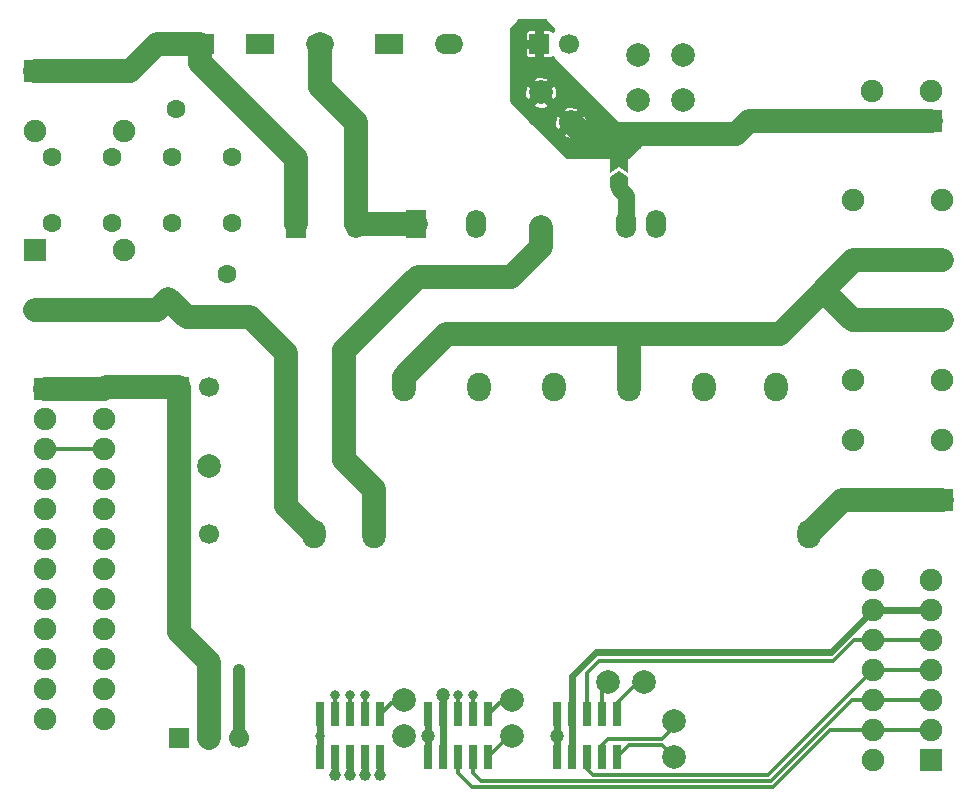
<source format=gbr>
%TF.GenerationSoftware,KiCad,Pcbnew,(5.1.10)-1*%
%TF.CreationDate,2021-06-06T16:07:06+07:00*%
%TF.ProjectId,Mother_module,4d6f7468-6572-45f6-9d6f-64756c652e6b,rev?*%
%TF.SameCoordinates,Original*%
%TF.FileFunction,Copper,L1,Top*%
%TF.FilePolarity,Positive*%
%FSLAX46Y46*%
G04 Gerber Fmt 4.6, Leading zero omitted, Abs format (unit mm)*
G04 Created by KiCad (PCBNEW (5.1.10)-1) date 2021-06-06 16:07:06*
%MOMM*%
%LPD*%
G01*
G04 APERTURE LIST*
%TA.AperFunction,ComponentPad*%
%ADD10C,1.900000*%
%TD*%
%TA.AperFunction,ComponentPad*%
%ADD11R,1.900000X1.900000*%
%TD*%
%TA.AperFunction,ComponentPad*%
%ADD12C,2.000000*%
%TD*%
%TA.AperFunction,ComponentPad*%
%ADD13R,1.700000X2.400000*%
%TD*%
%TA.AperFunction,ComponentPad*%
%ADD14O,1.700000X2.400000*%
%TD*%
%TA.AperFunction,ComponentPad*%
%ADD15C,1.700000*%
%TD*%
%TA.AperFunction,ComponentPad*%
%ADD16R,1.700000X1.700000*%
%TD*%
%TA.AperFunction,ComponentPad*%
%ADD17R,2.400000X1.700000*%
%TD*%
%TA.AperFunction,ComponentPad*%
%ADD18O,2.400000X1.700000*%
%TD*%
%TA.AperFunction,ComponentPad*%
%ADD19O,2.000000X2.400000*%
%TD*%
%TA.AperFunction,SMDPad,CuDef*%
%ADD20C,0.100000*%
%TD*%
%TA.AperFunction,ComponentPad*%
%ADD21C,1.600000*%
%TD*%
%TA.AperFunction,SMDPad,CuDef*%
%ADD22R,0.750000X2.100000*%
%TD*%
%TA.AperFunction,ViaPad*%
%ADD23C,1.000000*%
%TD*%
%TA.AperFunction,ViaPad*%
%ADD24C,1.200000*%
%TD*%
%TA.AperFunction,ViaPad*%
%ADD25C,0.800000*%
%TD*%
%TA.AperFunction,ViaPad*%
%ADD26C,1.800000*%
%TD*%
%TA.AperFunction,Conductor*%
%ADD27C,0.600000*%
%TD*%
%TA.AperFunction,Conductor*%
%ADD28C,2.000000*%
%TD*%
%TA.AperFunction,Conductor*%
%ADD29C,0.300000*%
%TD*%
%TA.AperFunction,Conductor*%
%ADD30C,1.400000*%
%TD*%
%TA.AperFunction,Conductor*%
%ADD31C,1.000000*%
%TD*%
%TA.AperFunction,Conductor*%
%ADD32C,0.254000*%
%TD*%
%TA.AperFunction,Conductor*%
%ADD33C,0.100000*%
%TD*%
G04 APERTURE END LIST*
D10*
%TO.P,XP2,2*%
%TO.N,Net-(F1-Pad1)*%
X61646000Y-84887000D03*
X69166000Y-84887000D03*
D11*
%TO.P,XP2,1*%
%TO.N,/N1*%
X61646000Y-79807000D03*
D10*
X69166000Y-79807000D03*
%TD*%
%TO.P,XP6,2*%
%TO.N,GND*%
X137492000Y-81458000D03*
X132512000Y-81458000D03*
D11*
%TO.P,XP6,1*%
%TO.N,+5VP*%
X137492000Y-83998000D03*
D10*
X132512000Y-83998000D03*
%TD*%
D12*
%TO.P,TP10,1*%
%TO.N,GND*%
X116510000Y-82220000D03*
%TD*%
%TO.P,TP9,1*%
%TO.N,+5VP*%
X106985000Y-84125000D03*
%TD*%
%TO.P,TP8,1*%
%TO.N,GND*%
X116510000Y-78410000D03*
%TD*%
%TO.P,TP7,1*%
%TO.N,+5VP*%
X104445000Y-81585000D03*
%TD*%
D13*
%TO.P,U6,1*%
%TO.N,/N1*%
X83744000Y-92697500D03*
D14*
%TO.P,U6,2*%
%TO.N,/L1*%
X88824000Y-92697500D03*
%TO.P,U6,3*%
%TO.N,Net-(JP1-Pad1)*%
X111684000Y-92697500D03*
%TO.P,U6,4*%
%TO.N,GND*%
X114224000Y-92697500D03*
%TD*%
D15*
%TO.P,U4,7*%
%TO.N,GND*%
X106860000Y-77470000D03*
D16*
%TO.P,U4,6*%
%TO.N,+5VP*%
X104320000Y-77470000D03*
D17*
%TO.P,U4,1*%
%TO.N,/N1*%
X75618000Y-77470000D03*
%TO.P,U4,2*%
%TO.N,Net-(F1-Pad2)*%
X80698000Y-77470000D03*
D18*
%TO.P,U4,3*%
%TO.N,/L1*%
X85778000Y-77470000D03*
D17*
%TO.P,U4,4*%
%TO.N,Net-(F2-Pad2)*%
X91620000Y-77470000D03*
D18*
%TO.P,U4,5*%
%TO.N,/L2*%
X96700000Y-77470000D03*
%TD*%
D13*
%TO.P,U5,1*%
%TO.N,/L1*%
X93904000Y-92697500D03*
D14*
%TO.P,U5,2*%
%TO.N,/N1*%
X98984000Y-92697500D03*
%TO.P,U5,3*%
%TO.N,Net-(JP1-Pad1)*%
X111684000Y-92697500D03*
%TO.P,U5,4*%
%TO.N,GND*%
X114224000Y-92697500D03*
%TD*%
D19*
%TO.P,U7,8*%
%TO.N,/L1_out2*%
X124336000Y-106553000D03*
%TO.P,U7,7*%
%TO.N,/L1*%
X118240000Y-106553000D03*
%TO.P,U7,6*%
%TO.N,/N1*%
X111890000Y-106553000D03*
D16*
%TO.P,U7,1*%
%TO.N,+5VP*%
X73790000Y-106553000D03*
D15*
%TO.P,U7,2*%
%TO.N,GND*%
X76330000Y-106553000D03*
D19*
%TO.P,U7,3*%
%TO.N,/N1*%
X92840000Y-106553000D03*
%TO.P,U7,4*%
%TO.N,/L1*%
X99190000Y-106553000D03*
%TO.P,U7,5*%
%TO.N,/L1_out1*%
X105540000Y-106553000D03*
%TD*%
D16*
%TO.P,U8,1*%
%TO.N,+5VP*%
X73790000Y-118999000D03*
D15*
%TO.P,U8,2*%
%TO.N,GND*%
X76330000Y-118999000D03*
D19*
%TO.P,U8,4*%
%TO.N,/L2*%
X90300000Y-118999000D03*
%TO.P,U8,3*%
%TO.N,/N2*%
X85220000Y-118999000D03*
%TO.P,U8,5*%
%TO.N,/L2_out*%
X127130000Y-118999000D03*
%TD*%
D12*
%TO.P,TP4,1*%
%TO.N,GND*%
X112700000Y-82220000D03*
%TD*%
%TO.P,TP3,1*%
%TO.N,GND*%
X112700000Y-78410000D03*
%TD*%
%TA.AperFunction,SMDPad,CuDef*%
D20*
%TO.P,JP1,1*%
%TO.N,Net-(JP1-Pad1)*%
G36*
X111049000Y-88205000D02*
G01*
X111799000Y-88705000D01*
X111799000Y-89705000D01*
X110299000Y-89705000D01*
X110299000Y-88705000D01*
X111049000Y-88205000D01*
G37*
%TD.AperFunction*%
%TA.AperFunction,SMDPad,CuDef*%
%TO.P,JP1,2*%
%TO.N,+5VP*%
G36*
X111799000Y-87255000D02*
G01*
X111799000Y-88405000D01*
X111049000Y-87905000D01*
X110299000Y-88405000D01*
X110299000Y-87255000D01*
X111799000Y-87255000D01*
G37*
%TD.AperFunction*%
%TD*%
D21*
%TO.P,RV1,2*%
%TO.N,/N1*%
X71482000Y-77982000D03*
%TO.P,RV1,1*%
%TO.N,Net-(F1-Pad2)*%
X73582000Y-82982000D03*
%TD*%
%TO.P,RV2,2*%
%TO.N,/N2*%
X72902000Y-99052000D03*
%TO.P,RV2,1*%
%TO.N,Net-(F2-Pad2)*%
X77902000Y-96952000D03*
%TD*%
%TO.P,F2,1*%
%TO.N,Net-(F2-Pad1)*%
X68193500Y-92634000D03*
%TO.P,F2,2*%
%TO.N,Net-(F2-Pad2)*%
X78353500Y-92634000D03*
%TO.P,F2,1*%
%TO.N,Net-(F2-Pad1)*%
X63113500Y-92634000D03*
%TO.P,F2,2*%
%TO.N,Net-(F2-Pad2)*%
X73273500Y-92634000D03*
%TD*%
D10*
%TO.P,XP3,2*%
%TO.N,/N2*%
X61639500Y-100000000D03*
X69159500Y-100000000D03*
D11*
%TO.P,XP3,1*%
%TO.N,Net-(F2-Pad1)*%
X61639500Y-94920000D03*
D10*
X69159500Y-94920000D03*
%TD*%
D12*
%TO.P,TP16,1*%
%TO.N,Net-(TP16-Pad1)*%
X115748000Y-134798000D03*
%TD*%
%TO.P,TP15,1*%
%TO.N,Net-(TP15-Pad1)*%
X110160000Y-131496000D03*
%TD*%
%TO.P,TP12,1*%
%TO.N,Net-(TP12-Pad1)*%
X113208000Y-131496000D03*
%TD*%
%TO.P,TP11,1*%
%TO.N,Net-(TP11-Pad1)*%
X115748000Y-137846000D03*
%TD*%
%TO.P,TP14,1*%
%TO.N,Net-(TP14-Pad1)*%
X102032000Y-133020000D03*
%TD*%
%TO.P,TP13,1*%
%TO.N,Net-(TP13-Pad1)*%
X102032000Y-136068000D03*
%TD*%
D10*
%TO.P,XP1,12*%
%TO.N,Net-(U3-Pad7)*%
X67501500Y-134671000D03*
X62521500Y-134671000D03*
%TO.P,XP1,11*%
%TO.N,GND*%
X62521500Y-132131000D03*
X67501500Y-132131000D03*
%TO.P,XP1,10*%
%TO.N,Net-(U3-Pad9)*%
X67501500Y-129591000D03*
X62521500Y-129591000D03*
%TO.P,XP1,9*%
%TO.N,GND*%
X67501500Y-127051000D03*
X62521500Y-127051000D03*
%TO.P,XP1,8*%
%TO.N,Net-(U3-Pad11)*%
X62521500Y-124511000D03*
X67501500Y-124511000D03*
%TO.P,XP1,7*%
%TO.N,GND*%
X62521500Y-121971000D03*
X67501500Y-121971000D03*
%TO.P,XP1,6*%
%TO.N,+5VA*%
X62521500Y-119431000D03*
X67501500Y-119431000D03*
%TO.P,XP1,5*%
%TO.N,GND*%
X62521500Y-116891000D03*
X67501500Y-116891000D03*
%TO.P,XP1,4*%
%TO.N,Net-(U3-Pad19)*%
X62521500Y-114351000D03*
X67501500Y-114351000D03*
%TO.P,XP1,3*%
%TO.N,Net-(U3-Pad21)*%
X62521500Y-111811000D03*
X67501500Y-111811000D03*
%TO.P,XP1,2*%
%TO.N,GND*%
X62521500Y-109271000D03*
X67501500Y-109271000D03*
D11*
%TO.P,XP1,1*%
%TO.N,+5VP*%
X62521500Y-106731000D03*
D10*
X67501500Y-106731000D03*
%TD*%
D12*
%TO.P,TP2,1*%
%TO.N,GND*%
X92888000Y-136068000D03*
%TD*%
D10*
%TO.P,XP4,7*%
%TO.N,GND*%
X137528500Y-122860000D03*
X132548500Y-122860000D03*
%TO.P,XP4,6*%
%TO.N,Net-(U3-Pad26)*%
X137528500Y-125400000D03*
X132548500Y-125400000D03*
%TO.P,XP4,5*%
%TO.N,Net-(U3-Pad29)*%
X137528500Y-127940000D03*
X132548500Y-127940000D03*
%TO.P,XP4,4*%
%TO.N,Net-(U3-Pad28)*%
X137528500Y-130480000D03*
X132548500Y-130480000D03*
%TO.P,XP4,3*%
%TO.N,/SDA2*%
X137528500Y-133020000D03*
X132548500Y-133020000D03*
%TO.P,XP4,2*%
%TO.N,/SCL2*%
X137528500Y-135560000D03*
X132548500Y-135560000D03*
D11*
%TO.P,XP4,1*%
%TO.N,GND*%
X137528500Y-138100000D03*
D10*
X132548500Y-138100000D03*
%TD*%
D12*
%TO.P,TP1,1*%
%TO.N,Net-(TP1-Pad1)*%
X92888000Y-133020000D03*
%TD*%
D22*
%TO.P,U3,32*%
%TO.N,Net-(TP11-Pad1)*%
X110922000Y-137842000D03*
%TO.P,U3,33*%
%TO.N,Net-(TP12-Pad1)*%
X110922000Y-134242000D03*
%TO.P,U3,30*%
%TO.N,Net-(TP16-Pad1)*%
X109652000Y-137842000D03*
%TO.P,U3,31*%
%TO.N,Net-(TP15-Pad1)*%
X109652000Y-134242000D03*
%TO.P,U3,28*%
%TO.N,Net-(U3-Pad28)*%
X108382000Y-137842000D03*
%TO.P,U3,29*%
%TO.N,Net-(U3-Pad29)*%
X108382000Y-134242000D03*
%TO.P,U3,26*%
%TO.N,Net-(U3-Pad26)*%
X107112000Y-137842000D03*
%TO.P,U3,27*%
X107112000Y-134242000D03*
%TO.P,U3,24*%
%TO.N,GND*%
X105842000Y-137842000D03*
%TO.P,U3,25*%
X105842000Y-134242000D03*
%TO.P,U3,22*%
%TO.N,Net-(TP13-Pad1)*%
X100000000Y-137842000D03*
%TO.P,U3,23*%
%TO.N,Net-(TP14-Pad1)*%
X100000000Y-134242000D03*
%TO.P,U3,20*%
%TO.N,/SDA2*%
X98730000Y-137842000D03*
%TO.P,U3,21*%
%TO.N,Net-(U3-Pad21)*%
X98730000Y-134242000D03*
%TO.P,U3,18*%
%TO.N,/SCL2*%
X97460000Y-137842000D03*
%TO.P,U3,19*%
%TO.N,Net-(U3-Pad19)*%
X97460000Y-134242000D03*
%TO.P,U3,16*%
%TO.N,+5VA*%
X96190000Y-137842000D03*
%TO.P,U3,17*%
X96190000Y-134242000D03*
%TO.P,U3,14*%
%TO.N,GND*%
X94920000Y-137842000D03*
%TO.P,U3,15*%
X94920000Y-134242000D03*
%TO.P,U3,12*%
X90856000Y-137842000D03*
%TO.P,U3,13*%
%TO.N,Net-(TP1-Pad1)*%
X90856000Y-134242000D03*
%TO.P,U3,10*%
%TO.N,GND*%
X89586000Y-137842000D03*
%TO.P,U3,11*%
%TO.N,Net-(U3-Pad11)*%
X89586000Y-134242000D03*
%TO.P,U3,8*%
%TO.N,GND*%
X88316000Y-137842000D03*
%TO.P,U3,9*%
%TO.N,Net-(U3-Pad9)*%
X88316000Y-134242000D03*
%TO.P,U3,6*%
%TO.N,GND*%
X87046000Y-137842000D03*
%TO.P,U3,7*%
%TO.N,Net-(U3-Pad7)*%
X87046000Y-134242000D03*
%TO.P,U3,4*%
%TO.N,GND*%
X85776000Y-137842000D03*
%TO.P,U3,5*%
X85776000Y-134242000D03*
D15*
%TO.P,U3,3*%
%TO.N,+5VA*%
X78870000Y-136212000D03*
%TO.P,U3,2*%
%TO.N,+5VP*%
X76330000Y-136212000D03*
D16*
%TO.P,U3,1*%
%TO.N,GND*%
X73790000Y-136212000D03*
%TD*%
D10*
%TO.P,XP5,6*%
%TO.N,/L1_out1*%
X138417500Y-90729000D03*
X130897500Y-90729000D03*
%TO.P,XP5,5*%
%TO.N,/N1*%
X138417500Y-95809000D03*
X130897500Y-95809000D03*
%TO.P,XP5,4*%
X138417500Y-100889000D03*
X130897500Y-100889000D03*
%TO.P,XP5,3*%
%TO.N,/L1_out2*%
X138417500Y-105969000D03*
X130897500Y-105969000D03*
%TO.P,XP5,2*%
%TO.N,/N2*%
X138417500Y-111049000D03*
X130897500Y-111049000D03*
D11*
%TO.P,XP5,1*%
%TO.N,/L2_out*%
X138417500Y-116129000D03*
D10*
X130897500Y-116129000D03*
%TD*%
D12*
%TO.P,TP6,1*%
%TO.N,GND*%
X76378000Y-113208000D03*
%TD*%
%TO.P,TP5,1*%
%TO.N,+5VP*%
X73838000Y-110414000D03*
%TD*%
D21*
%TO.P,F1,1*%
%TO.N,Net-(F1-Pad1)*%
X68193500Y-87046000D03*
%TO.P,F1,2*%
%TO.N,Net-(F1-Pad2)*%
X78353500Y-87046000D03*
%TO.P,F1,1*%
%TO.N,Net-(F1-Pad1)*%
X63113500Y-87046000D03*
%TO.P,F1,2*%
%TO.N,Net-(F1-Pad2)*%
X73273500Y-87046000D03*
%TD*%
D23*
%TO.N,GND*%
X90856000Y-139370000D03*
X89586000Y-139370000D03*
X88316000Y-139370000D03*
X87046000Y-139370000D03*
D24*
X105842000Y-136068000D03*
X94920000Y-136068000D03*
D25*
X85776000Y-136068000D03*
D26*
%TO.N,/N1*%
X102286000Y-102032004D03*
%TO.N,/L2*%
X104445000Y-93014964D03*
D25*
%TO.N,Net-(U3-Pad11)*%
X89586000Y-132575500D03*
%TO.N,Net-(U3-Pad9)*%
X88316000Y-132575500D03*
%TO.N,Net-(U3-Pad21)*%
X98730000Y-132575500D03*
%TO.N,Net-(U3-Pad19)*%
X97460000Y-132575500D03*
%TO.N,Net-(U3-Pad7)*%
X87046000Y-132627010D03*
D23*
%TO.N,+5VA*%
X78885501Y-130511001D03*
D24*
X96190000Y-132575500D03*
%TD*%
D27*
%TO.N,GND*%
X105842000Y-134242000D02*
X105842000Y-136068000D01*
X88316000Y-137842000D02*
X88316000Y-139370000D01*
X90856000Y-137842000D02*
X90856000Y-139370000D01*
X89586000Y-137842000D02*
X89586000Y-139370000D01*
X87046000Y-137842000D02*
X87046000Y-139370000D01*
X105842000Y-136068000D02*
X105842000Y-137842000D01*
X94920000Y-136068000D02*
X94920000Y-137842000D01*
X85776000Y-136068000D02*
X85776000Y-137842000D01*
X85776000Y-134242000D02*
X85776000Y-136068000D01*
X94920000Y-134242000D02*
X94920000Y-136068000D01*
D28*
%TO.N,+5VP*%
X67679500Y-106553000D02*
X67501500Y-106731000D01*
X73790000Y-118999000D02*
X73790000Y-112748000D01*
X62521500Y-106731000D02*
X67501500Y-106731000D01*
X73790000Y-106553000D02*
X73790000Y-112652000D01*
X73790000Y-112652000D02*
X73838000Y-112700000D01*
X73838000Y-106601000D02*
X73790000Y-106553000D01*
X76330000Y-129797000D02*
X73790000Y-127257000D01*
X132512000Y-83998000D02*
X122098000Y-83998000D01*
X137492000Y-83998000D02*
X132512000Y-83998000D01*
X122098000Y-83998000D02*
X120955000Y-85141000D01*
X73790000Y-106553000D02*
X67679500Y-106553000D01*
X108001000Y-85141000D02*
X106985000Y-84125000D01*
D29*
X111049000Y-87755000D02*
X111049000Y-87173000D01*
D28*
X120955000Y-85141000D02*
X111049000Y-85141000D01*
D30*
X111049000Y-85141000D02*
X111049000Y-87173000D01*
D28*
X111049000Y-85141000D02*
X108001000Y-85141000D01*
X76330000Y-136212000D02*
X76330000Y-129797000D01*
X73790000Y-127257000D02*
X73790000Y-118999000D01*
X73790000Y-112748000D02*
X73838000Y-112700000D01*
%TO.N,/N1*%
X96443996Y-102032004D02*
X102286000Y-102032004D01*
X92840000Y-105636000D02*
X96443996Y-102032004D01*
X83744000Y-87173000D02*
X75618000Y-79047000D01*
X75618000Y-79047000D02*
X75618000Y-77470000D01*
X83744000Y-92697500D02*
X83744000Y-87173000D01*
X92840000Y-106553000D02*
X92840000Y-105636000D01*
X111890000Y-102080000D02*
X111937996Y-102032004D01*
X111890000Y-106553000D02*
X111890000Y-102080000D01*
X102286000Y-102032004D02*
X111937996Y-102032004D01*
X61646000Y-79807000D02*
X69166000Y-79807000D01*
X71994000Y-77470000D02*
X71482000Y-77982000D01*
X75618000Y-77470000D02*
X71994000Y-77470000D01*
X69657000Y-79807000D02*
X71482000Y-77982000D01*
X69166000Y-79807000D02*
X69657000Y-79807000D01*
X138417500Y-95809000D02*
X130897500Y-95809000D01*
X138417500Y-100889000D02*
X130897500Y-100889000D01*
X124674496Y-102032004D02*
X123748996Y-102032004D01*
X111937996Y-102032004D02*
X123748996Y-102032004D01*
X128375750Y-98367250D02*
X128339250Y-98367250D01*
X130897500Y-100889000D02*
X128375750Y-98367250D01*
X128339250Y-98367250D02*
X124674496Y-102032004D01*
X130897500Y-95809000D02*
X128339250Y-98367250D01*
%TO.N,/L1*%
X88824000Y-92697500D02*
X93904000Y-92697500D01*
X88824000Y-84125000D02*
X88824000Y-92697500D01*
X85778000Y-81079000D02*
X88824000Y-84125000D01*
X85778000Y-77470000D02*
X85778000Y-81079000D01*
%TO.N,/N2*%
X61639500Y-100000000D02*
X69159500Y-100000000D01*
X71954000Y-100000000D02*
X72902000Y-99052000D01*
X69159500Y-100000000D02*
X71954000Y-100000000D01*
X74485000Y-100635000D02*
X72902000Y-99052000D01*
X79807000Y-100635000D02*
X74485000Y-100635000D01*
X82855000Y-103683000D02*
X79807000Y-100635000D01*
X82855000Y-116634000D02*
X82855000Y-103683000D01*
X85220000Y-118999000D02*
X82855000Y-116634000D01*
%TO.N,/L2*%
X104445000Y-94666000D02*
X104445000Y-93014964D01*
X101905000Y-97206000D02*
X104445000Y-94666000D01*
X94031000Y-97206000D02*
X101905000Y-97206000D01*
X87808000Y-103429000D02*
X94031000Y-97206000D01*
X87808000Y-112700000D02*
X87808000Y-103429000D01*
X90300000Y-115192000D02*
X87808000Y-112700000D01*
X90300000Y-118999000D02*
X90300000Y-115192000D01*
%TO.N,/L2_out*%
X138417500Y-116129000D02*
X130897500Y-116129000D01*
X130000000Y-116129000D02*
X127130000Y-118999000D01*
X130897500Y-116129000D02*
X130000000Y-116129000D01*
D29*
%TO.N,Net-(U3-Pad11)*%
X89586000Y-132575500D02*
X89586000Y-134242000D01*
%TO.N,Net-(U3-Pad9)*%
X88316000Y-132575500D02*
X88316000Y-134242000D01*
D30*
%TO.N,Net-(JP1-Pad1)*%
X111684000Y-92697500D02*
X111684000Y-90348000D01*
X111049000Y-89713000D02*
X111049000Y-89205000D01*
X111684000Y-90348000D02*
X111049000Y-89713000D01*
D29*
%TO.N,Net-(TP1-Pad1)*%
X92078000Y-133020000D02*
X90856000Y-134242000D01*
X92888000Y-133020000D02*
X92078000Y-133020000D01*
%TO.N,Net-(U3-Pad21)*%
X98730000Y-132575500D02*
X98730000Y-134242000D01*
X67501500Y-111811000D02*
X62521500Y-111811000D01*
%TO.N,Net-(U3-Pad19)*%
X97460000Y-134242000D02*
X97460000Y-132575500D01*
%TO.N,Net-(U3-Pad7)*%
X87046000Y-134242000D02*
X87046000Y-132627010D01*
%TO.N,Net-(U3-Pad28)*%
X132548500Y-130480000D02*
X137528500Y-130480000D01*
X123658500Y-139370000D02*
X132548500Y-130480000D01*
X108890000Y-139370000D02*
X123658500Y-139370000D01*
X108382000Y-138862000D02*
X108890000Y-139370000D01*
X108382000Y-137842000D02*
X108382000Y-138862000D01*
%TO.N,Net-(U3-Pad29)*%
X132548500Y-127940000D02*
X137528500Y-127940000D01*
X130988000Y-127940000D02*
X132548500Y-127940000D01*
X129210000Y-129718000D02*
X130988000Y-127940000D01*
X109398000Y-129718000D02*
X129210000Y-129718000D01*
X108382000Y-130734000D02*
X109398000Y-129718000D01*
X108382000Y-134242000D02*
X108382000Y-130734000D01*
D27*
%TO.N,Net-(U3-Pad26)*%
X107112000Y-137842000D02*
X107112000Y-134242000D01*
X132548500Y-125400000D02*
X137528500Y-125400000D01*
X128992500Y-128956000D02*
X132548500Y-125400000D01*
X109144000Y-128956000D02*
X128992500Y-128956000D01*
X107112000Y-130988000D02*
X109144000Y-128956000D01*
X107112000Y-134242000D02*
X107112000Y-130988000D01*
%TO.N,+5VA*%
X96190000Y-134242000D02*
X96190000Y-137842000D01*
X96190000Y-134242000D02*
X96190000Y-132575500D01*
D31*
X78870000Y-130526502D02*
X78885501Y-130511001D01*
X78870000Y-136212000D02*
X78870000Y-130526502D01*
D29*
%TO.N,Net-(TP11-Pad1)*%
X114732000Y-136830000D02*
X115748000Y-137846000D01*
X111934000Y-136830000D02*
X114732000Y-136830000D01*
X110922000Y-137842000D02*
X111934000Y-136830000D01*
%TO.N,Net-(TP12-Pad1)*%
X112700000Y-131496000D02*
X113208000Y-131496000D01*
X110922000Y-133274000D02*
X112700000Y-131496000D01*
X110922000Y-134242000D02*
X110922000Y-133274000D01*
%TO.N,Net-(TP13-Pad1)*%
X101774000Y-136068000D02*
X100000000Y-137842000D01*
X102032000Y-136068000D02*
X101774000Y-136068000D01*
%TO.N,Net-(TP14-Pad1)*%
X101222000Y-133020000D02*
X100000000Y-134242000D01*
X102032000Y-133020000D02*
X101222000Y-133020000D01*
%TO.N,/SDA2*%
X137528500Y-133020000D02*
X132548500Y-133020000D01*
X132548500Y-133020000D02*
X130788878Y-133020000D01*
X130788878Y-133020000D02*
X123922889Y-139885989D01*
X123922889Y-139885989D02*
X99423989Y-139885989D01*
X99423989Y-139885989D02*
X98730000Y-139192000D01*
X98730000Y-139192000D02*
X98730000Y-137842000D01*
%TO.N,/SCL2*%
X137528500Y-135560000D02*
X132548500Y-135560000D01*
X97460000Y-139192000D02*
X97460000Y-137842000D01*
X98654000Y-140386000D02*
X97460000Y-139192000D01*
X124130000Y-140386000D02*
X98654000Y-140386000D01*
X128956000Y-135560000D02*
X124130000Y-140386000D01*
X132548500Y-135560000D02*
X128956000Y-135560000D01*
%TO.N,Net-(TP15-Pad1)*%
X109652000Y-132004000D02*
X110160000Y-131496000D01*
X109652000Y-134242000D02*
X109652000Y-132004000D01*
%TO.N,Net-(TP16-Pad1)*%
X115748000Y-135306000D02*
X115748000Y-134798000D01*
X110160000Y-136322000D02*
X114732000Y-136322000D01*
X114732000Y-136322000D02*
X115748000Y-135306000D01*
X109652000Y-136830000D02*
X110160000Y-136322000D01*
X109652000Y-137842000D02*
X109652000Y-136830000D01*
%TD*%
D32*
%TO.N,+5VP*%
X105461000Y-76176606D02*
X105461000Y-76374012D01*
X105440711Y-76349289D01*
X105382696Y-76301678D01*
X105316508Y-76266299D01*
X105244689Y-76244513D01*
X105170000Y-76237157D01*
X104672250Y-76239000D01*
X104577000Y-76334250D01*
X104577000Y-77213000D01*
X104597000Y-77213000D01*
X104597000Y-77727000D01*
X104577000Y-77727000D01*
X104577000Y-78605750D01*
X104672250Y-78701000D01*
X105170000Y-78702843D01*
X105244689Y-78695487D01*
X105316508Y-78673701D01*
X105382696Y-78638322D01*
X105440711Y-78590711D01*
X105461000Y-78565988D01*
X105461000Y-78664000D01*
X105463440Y-78688776D01*
X105470667Y-78712601D01*
X105482403Y-78734557D01*
X105498197Y-78753803D01*
X110959197Y-84214803D01*
X110978443Y-84230597D01*
X111000399Y-84242333D01*
X111024224Y-84249560D01*
X111049000Y-84252000D01*
X112827000Y-84252000D01*
X112827000Y-86102127D01*
X111824135Y-87046000D01*
X106656606Y-87046000D01*
X104812969Y-85202363D01*
X106271089Y-85202363D01*
X106391369Y-85379298D01*
X106647477Y-85471009D01*
X106916556Y-85510994D01*
X107188265Y-85497715D01*
X107452163Y-85431684D01*
X107578631Y-85379298D01*
X107698911Y-85202363D01*
X106985000Y-84488453D01*
X106271089Y-85202363D01*
X104812969Y-85202363D01*
X103667162Y-84056556D01*
X105599006Y-84056556D01*
X105612285Y-84328265D01*
X105678316Y-84592163D01*
X105730702Y-84718631D01*
X105907637Y-84838911D01*
X106621547Y-84125000D01*
X107348453Y-84125000D01*
X108062363Y-84838911D01*
X108239298Y-84718631D01*
X108331009Y-84462523D01*
X108370994Y-84193444D01*
X108357715Y-83921735D01*
X108291684Y-83657837D01*
X108239298Y-83531369D01*
X108062363Y-83411089D01*
X107348453Y-84125000D01*
X106621547Y-84125000D01*
X105907637Y-83411089D01*
X105730702Y-83531369D01*
X105638991Y-83787477D01*
X105599006Y-84056556D01*
X103667162Y-84056556D01*
X102658243Y-83047637D01*
X106271089Y-83047637D01*
X106985000Y-83761547D01*
X107698911Y-83047637D01*
X107578631Y-82870702D01*
X107322523Y-82778991D01*
X107053444Y-82739006D01*
X106781735Y-82752285D01*
X106517837Y-82818316D01*
X106391369Y-82870702D01*
X106271089Y-83047637D01*
X102658243Y-83047637D01*
X102272969Y-82662363D01*
X103731089Y-82662363D01*
X103851369Y-82839298D01*
X104107477Y-82931009D01*
X104376556Y-82970994D01*
X104648265Y-82957715D01*
X104912163Y-82891684D01*
X105038631Y-82839298D01*
X105158911Y-82662363D01*
X104445000Y-81948453D01*
X103731089Y-82662363D01*
X102272969Y-82662363D01*
X101905000Y-82294394D01*
X101905000Y-81516556D01*
X103059006Y-81516556D01*
X103072285Y-81788265D01*
X103138316Y-82052163D01*
X103190702Y-82178631D01*
X103367637Y-82298911D01*
X104081547Y-81585000D01*
X104808453Y-81585000D01*
X105522363Y-82298911D01*
X105699298Y-82178631D01*
X105791009Y-81922523D01*
X105830994Y-81653444D01*
X105817715Y-81381735D01*
X105751684Y-81117837D01*
X105699298Y-80991369D01*
X105522363Y-80871089D01*
X104808453Y-81585000D01*
X104081547Y-81585000D01*
X103367637Y-80871089D01*
X103190702Y-80991369D01*
X103098991Y-81247477D01*
X103059006Y-81516556D01*
X101905000Y-81516556D01*
X101905000Y-80507637D01*
X103731089Y-80507637D01*
X104445000Y-81221547D01*
X105158911Y-80507637D01*
X105038631Y-80330702D01*
X104782523Y-80238991D01*
X104513444Y-80199006D01*
X104241735Y-80212285D01*
X103977837Y-80278316D01*
X103851369Y-80330702D01*
X103731089Y-80507637D01*
X101905000Y-80507637D01*
X101905000Y-78320000D01*
X103087157Y-78320000D01*
X103094513Y-78394689D01*
X103116299Y-78466508D01*
X103151678Y-78532696D01*
X103199289Y-78590711D01*
X103257304Y-78638322D01*
X103323492Y-78673701D01*
X103395311Y-78695487D01*
X103470000Y-78702843D01*
X103967750Y-78701000D01*
X104063000Y-78605750D01*
X104063000Y-77727000D01*
X103184250Y-77727000D01*
X103089000Y-77822250D01*
X103087157Y-78320000D01*
X101905000Y-78320000D01*
X101905000Y-76620000D01*
X103087157Y-76620000D01*
X103089000Y-77117750D01*
X103184250Y-77213000D01*
X104063000Y-77213000D01*
X104063000Y-76334250D01*
X103967750Y-76239000D01*
X103470000Y-76237157D01*
X103395311Y-76244513D01*
X103323492Y-76266299D01*
X103257304Y-76301678D01*
X103199289Y-76349289D01*
X103151678Y-76407304D01*
X103116299Y-76473492D01*
X103094513Y-76545311D01*
X103087157Y-76620000D01*
X101905000Y-76620000D01*
X101905000Y-76176606D01*
X102592606Y-75489000D01*
X104773394Y-75489000D01*
X105461000Y-76176606D01*
%TA.AperFunction,Conductor*%
D33*
G36*
X105461000Y-76176606D02*
G01*
X105461000Y-76374012D01*
X105440711Y-76349289D01*
X105382696Y-76301678D01*
X105316508Y-76266299D01*
X105244689Y-76244513D01*
X105170000Y-76237157D01*
X104672250Y-76239000D01*
X104577000Y-76334250D01*
X104577000Y-77213000D01*
X104597000Y-77213000D01*
X104597000Y-77727000D01*
X104577000Y-77727000D01*
X104577000Y-78605750D01*
X104672250Y-78701000D01*
X105170000Y-78702843D01*
X105244689Y-78695487D01*
X105316508Y-78673701D01*
X105382696Y-78638322D01*
X105440711Y-78590711D01*
X105461000Y-78565988D01*
X105461000Y-78664000D01*
X105463440Y-78688776D01*
X105470667Y-78712601D01*
X105482403Y-78734557D01*
X105498197Y-78753803D01*
X110959197Y-84214803D01*
X110978443Y-84230597D01*
X111000399Y-84242333D01*
X111024224Y-84249560D01*
X111049000Y-84252000D01*
X112827000Y-84252000D01*
X112827000Y-86102127D01*
X111824135Y-87046000D01*
X106656606Y-87046000D01*
X104812969Y-85202363D01*
X106271089Y-85202363D01*
X106391369Y-85379298D01*
X106647477Y-85471009D01*
X106916556Y-85510994D01*
X107188265Y-85497715D01*
X107452163Y-85431684D01*
X107578631Y-85379298D01*
X107698911Y-85202363D01*
X106985000Y-84488453D01*
X106271089Y-85202363D01*
X104812969Y-85202363D01*
X103667162Y-84056556D01*
X105599006Y-84056556D01*
X105612285Y-84328265D01*
X105678316Y-84592163D01*
X105730702Y-84718631D01*
X105907637Y-84838911D01*
X106621547Y-84125000D01*
X107348453Y-84125000D01*
X108062363Y-84838911D01*
X108239298Y-84718631D01*
X108331009Y-84462523D01*
X108370994Y-84193444D01*
X108357715Y-83921735D01*
X108291684Y-83657837D01*
X108239298Y-83531369D01*
X108062363Y-83411089D01*
X107348453Y-84125000D01*
X106621547Y-84125000D01*
X105907637Y-83411089D01*
X105730702Y-83531369D01*
X105638991Y-83787477D01*
X105599006Y-84056556D01*
X103667162Y-84056556D01*
X102658243Y-83047637D01*
X106271089Y-83047637D01*
X106985000Y-83761547D01*
X107698911Y-83047637D01*
X107578631Y-82870702D01*
X107322523Y-82778991D01*
X107053444Y-82739006D01*
X106781735Y-82752285D01*
X106517837Y-82818316D01*
X106391369Y-82870702D01*
X106271089Y-83047637D01*
X102658243Y-83047637D01*
X102272969Y-82662363D01*
X103731089Y-82662363D01*
X103851369Y-82839298D01*
X104107477Y-82931009D01*
X104376556Y-82970994D01*
X104648265Y-82957715D01*
X104912163Y-82891684D01*
X105038631Y-82839298D01*
X105158911Y-82662363D01*
X104445000Y-81948453D01*
X103731089Y-82662363D01*
X102272969Y-82662363D01*
X101905000Y-82294394D01*
X101905000Y-81516556D01*
X103059006Y-81516556D01*
X103072285Y-81788265D01*
X103138316Y-82052163D01*
X103190702Y-82178631D01*
X103367637Y-82298911D01*
X104081547Y-81585000D01*
X104808453Y-81585000D01*
X105522363Y-82298911D01*
X105699298Y-82178631D01*
X105791009Y-81922523D01*
X105830994Y-81653444D01*
X105817715Y-81381735D01*
X105751684Y-81117837D01*
X105699298Y-80991369D01*
X105522363Y-80871089D01*
X104808453Y-81585000D01*
X104081547Y-81585000D01*
X103367637Y-80871089D01*
X103190702Y-80991369D01*
X103098991Y-81247477D01*
X103059006Y-81516556D01*
X101905000Y-81516556D01*
X101905000Y-80507637D01*
X103731089Y-80507637D01*
X104445000Y-81221547D01*
X105158911Y-80507637D01*
X105038631Y-80330702D01*
X104782523Y-80238991D01*
X104513444Y-80199006D01*
X104241735Y-80212285D01*
X103977837Y-80278316D01*
X103851369Y-80330702D01*
X103731089Y-80507637D01*
X101905000Y-80507637D01*
X101905000Y-78320000D01*
X103087157Y-78320000D01*
X103094513Y-78394689D01*
X103116299Y-78466508D01*
X103151678Y-78532696D01*
X103199289Y-78590711D01*
X103257304Y-78638322D01*
X103323492Y-78673701D01*
X103395311Y-78695487D01*
X103470000Y-78702843D01*
X103967750Y-78701000D01*
X104063000Y-78605750D01*
X104063000Y-77727000D01*
X103184250Y-77727000D01*
X103089000Y-77822250D01*
X103087157Y-78320000D01*
X101905000Y-78320000D01*
X101905000Y-76620000D01*
X103087157Y-76620000D01*
X103089000Y-77117750D01*
X103184250Y-77213000D01*
X104063000Y-77213000D01*
X104063000Y-76334250D01*
X103967750Y-76239000D01*
X103470000Y-76237157D01*
X103395311Y-76244513D01*
X103323492Y-76266299D01*
X103257304Y-76301678D01*
X103199289Y-76349289D01*
X103151678Y-76407304D01*
X103116299Y-76473492D01*
X103094513Y-76545311D01*
X103087157Y-76620000D01*
X101905000Y-76620000D01*
X101905000Y-76176606D01*
X102592606Y-75489000D01*
X104773394Y-75489000D01*
X105461000Y-76176606D01*
G37*
%TD.AperFunction*%
%TD*%
M02*

</source>
